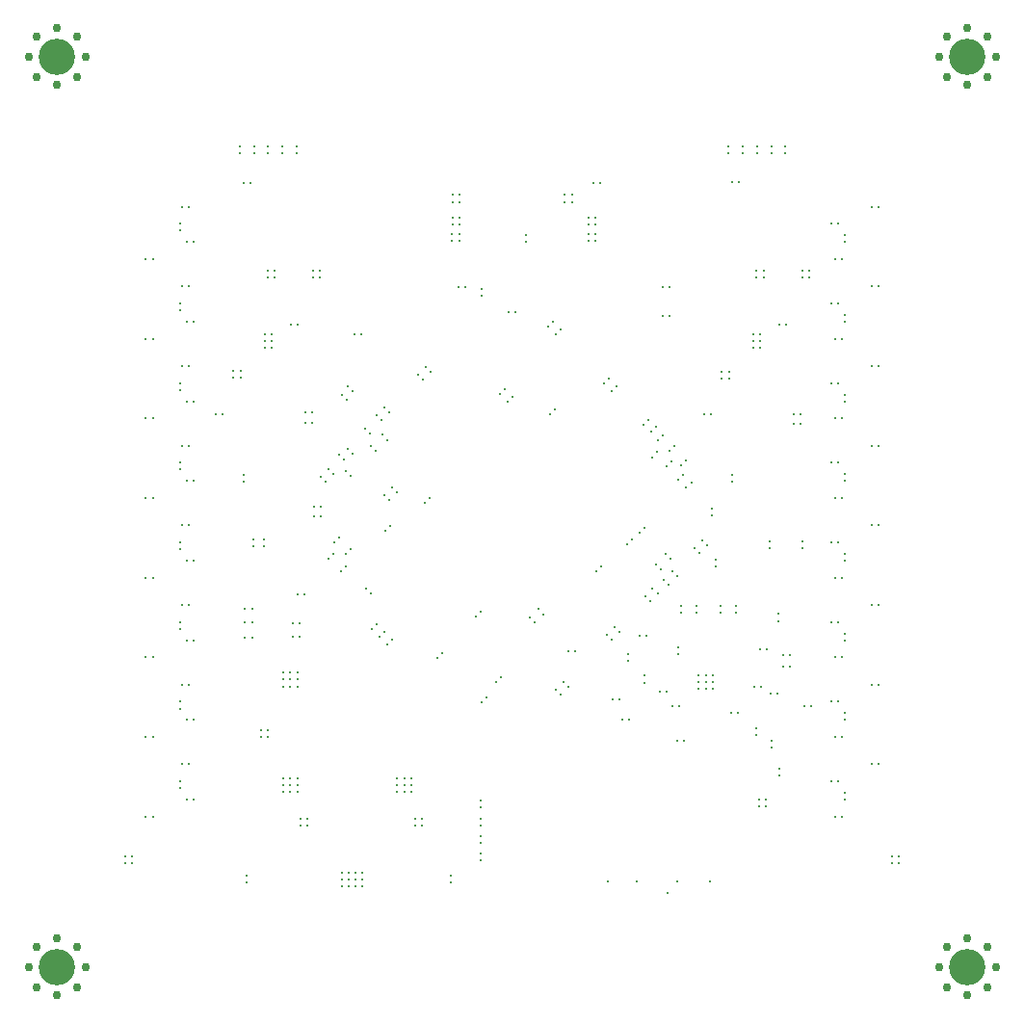
<source format=gbr>
%TF.GenerationSoftware,Altium Limited,Altium Designer,24.0.1 (36)*%
G04 Layer_Color=0*
%FSLAX45Y45*%
%MOMM*%
%TF.SameCoordinates,E594D193-3514-40B7-BCFE-BF8AFB9400D8*%
%TF.FilePolarity,Positive*%
%TF.FileFunction,Plated,1,4,PTH,Drill*%
%TF.Part,Single*%
G01*
G75*
%TA.AperFunction,ComponentDrill*%
%ADD142C,3.20000*%
%ADD143C,0.76200*%
%TA.AperFunction,ViaDrill,NotFilled*%
%ADD144C,0.30000*%
D142*
X500000Y8500000D02*
D03*
X8500000D02*
D03*
X500000Y500000D02*
D03*
X8500000D02*
D03*
D143*
X323223Y8323223D02*
D03*
X500000Y8750000D02*
D03*
X676777Y8676777D02*
D03*
X750000Y8500000D02*
D03*
X676777Y8323223D02*
D03*
X500000Y8250000D02*
D03*
X323223Y8676777D02*
D03*
X250000Y8500000D02*
D03*
X8250000D02*
D03*
X8323223Y8676777D02*
D03*
X8500000Y8250000D02*
D03*
X8676777Y8323223D02*
D03*
X8750000Y8500000D02*
D03*
X8676777Y8676777D02*
D03*
X8500000Y8750000D02*
D03*
X8323223Y8323223D02*
D03*
X323223Y323223D02*
D03*
X500000Y750000D02*
D03*
X676777Y676777D02*
D03*
X750000Y500000D02*
D03*
X676777Y323223D02*
D03*
X500000Y250000D02*
D03*
X323223Y676777D02*
D03*
X250000Y500000D02*
D03*
X8250000D02*
D03*
X8323223Y676777D02*
D03*
X8500000Y250000D02*
D03*
X8676777Y323223D02*
D03*
X8750000Y500000D02*
D03*
X8676777Y676777D02*
D03*
X8500000Y750000D02*
D03*
X8323223Y323223D02*
D03*
D144*
X5663327Y3058288D02*
D03*
Y2998288D02*
D03*
X6008288Y2486673D02*
D03*
X5948288D02*
D03*
X4227645Y2822350D02*
D03*
X4270071Y2864776D02*
D03*
X3837645Y3212350D02*
D03*
X3880071Y3254776D02*
D03*
X3403230Y3333660D02*
D03*
X3445656Y3376087D02*
D03*
X3387645Y4332350D02*
D03*
X3430072Y4374776D02*
D03*
X4502426Y5512426D02*
D03*
X4460000Y5470000D02*
D03*
X3310163Y5347645D02*
D03*
X3352589Y5305219D02*
D03*
X3420000Y4600000D02*
D03*
X3377574Y4642426D02*
D03*
X6899999Y7712500D02*
D03*
X6774999D02*
D03*
X2213269Y3648994D02*
D03*
X2213577Y3524568D02*
D03*
X2212962Y3396149D02*
D03*
X4029280Y6472739D02*
D03*
X6524999Y7652500D02*
D03*
X6649999D02*
D03*
X4872645Y5402337D02*
D03*
X4830219Y5359911D02*
D03*
X2167448Y1305157D02*
D03*
Y1245157D02*
D03*
X3957552Y1304843D02*
D03*
Y1244843D02*
D03*
X5340827Y1248288D02*
D03*
X5595827Y1250788D02*
D03*
X5953327Y1248288D02*
D03*
X6233327D02*
D03*
X5865000Y1145000D02*
D03*
X6843327Y2178288D02*
D03*
Y2238288D02*
D03*
X6643327Y2538288D02*
D03*
Y2598288D02*
D03*
X5516673Y3249212D02*
D03*
Y3189212D02*
D03*
X5619843Y3409948D02*
D03*
X5679843D02*
D03*
X5444212Y2853327D02*
D03*
X5384212D02*
D03*
X5881712Y6218327D02*
D03*
X5821712D02*
D03*
X5881712Y6473327D02*
D03*
X5821712D02*
D03*
X3171712Y6063327D02*
D03*
X3111712D02*
D03*
X3265786Y3466731D02*
D03*
X3332355Y3400163D02*
D03*
X2671712Y3773327D02*
D03*
X2611712D02*
D03*
X2631712Y3398327D02*
D03*
X2571712D02*
D03*
X2631712Y3523327D02*
D03*
X2571712D02*
D03*
X2150289Y3395842D02*
D03*
X2150000Y3525000D02*
D03*
Y3650000D02*
D03*
X3214608Y3827948D02*
D03*
X3034143Y4020000D02*
D03*
X2991716Y3977573D02*
D03*
X3777645Y4619837D02*
D03*
X3735219Y4577411D02*
D03*
X4437645Y5579837D02*
D03*
X4395219Y5537411D02*
D03*
X4089280Y6472739D02*
D03*
X4232739Y6460720D02*
D03*
Y6400720D02*
D03*
X4963028Y7223125D02*
D03*
X5023028D02*
D03*
Y7283125D02*
D03*
X4963028D02*
D03*
X3973028Y7223125D02*
D03*
X4033028D02*
D03*
Y7283125D02*
D03*
X3973028D02*
D03*
X3972460Y6879529D02*
D03*
X4032460D02*
D03*
Y6939529D02*
D03*
X3972460D02*
D03*
X5173028Y6879628D02*
D03*
X5233028D02*
D03*
Y6939628D02*
D03*
X5173028D02*
D03*
Y7023125D02*
D03*
X5233028D02*
D03*
Y7083125D02*
D03*
X5173028D02*
D03*
X3973028Y7023125D02*
D03*
X4033028D02*
D03*
Y7083125D02*
D03*
X3973028D02*
D03*
X2137383Y7392644D02*
D03*
X2197383D02*
D03*
X6257739Y4530720D02*
D03*
Y4470720D02*
D03*
X4470720Y6257261D02*
D03*
X4530720D02*
D03*
X4924214Y6103269D02*
D03*
X4857645Y6169838D02*
D03*
X4881787Y6060842D02*
D03*
X4815219Y6127411D02*
D03*
X5959926Y4779853D02*
D03*
X5857071Y4897071D02*
D03*
X5899497Y4939498D02*
D03*
X6029926Y4714853D02*
D03*
X6072353Y4757279D02*
D03*
X2818287Y4545815D02*
D03*
X2758287Y4455815D02*
D03*
X2818287D02*
D03*
X2758287Y4545815D02*
D03*
X2228327Y4258288D02*
D03*
Y4198288D02*
D03*
X2318327Y4258288D02*
D03*
Y4198288D02*
D03*
X3057546Y5604820D02*
D03*
X3099972Y5562394D02*
D03*
X3446596Y4714174D02*
D03*
X3489023Y4671748D02*
D03*
X3000977Y5523252D02*
D03*
X3043404Y5480825D02*
D03*
X3098746Y5010290D02*
D03*
X3056716Y5052427D02*
D03*
X2981716Y5002427D02*
D03*
X3023747Y4960291D02*
D03*
X6100163Y4177645D02*
D03*
X6142589Y4135219D02*
D03*
X6166731Y4244214D02*
D03*
X6209158Y4201787D02*
D03*
X6782384Y2490144D02*
D03*
Y2430144D02*
D03*
X6669856Y1969884D02*
D03*
X6729856D02*
D03*
Y1909884D02*
D03*
X6669856D02*
D03*
X4358213Y3001584D02*
D03*
X4400639Y3044010D02*
D03*
X4178213Y3581584D02*
D03*
X4220639Y3624010D02*
D03*
X4989838Y2962355D02*
D03*
X4947411Y3004781D02*
D03*
X4923269Y2895786D02*
D03*
X4880843Y2938213D02*
D03*
X4989856Y3272384D02*
D03*
X5049856Y3272384D02*
D03*
X5280074Y4020148D02*
D03*
X5237648Y3977721D02*
D03*
X5330843Y3418213D02*
D03*
X5373269Y3375786D02*
D03*
X5397411Y3484781D02*
D03*
X5439837Y3442355D02*
D03*
X3308213Y3509158D02*
D03*
X3374781Y3442589D02*
D03*
X2929157Y4831787D02*
D03*
X2886731Y4874214D02*
D03*
X2862589Y4765219D02*
D03*
X2820163Y4807645D02*
D03*
X3419158Y5371787D02*
D03*
X3376731Y5414214D02*
D03*
X3779158Y5731787D02*
D03*
X3736731Y5774214D02*
D03*
X3712589Y5665219D02*
D03*
X3670163Y5707645D02*
D03*
X5371787Y5560843D02*
D03*
X5414214Y5603269D02*
D03*
X5305219Y5627411D02*
D03*
X5347645Y5669838D02*
D03*
X5721787Y5200843D02*
D03*
X5764214Y5243269D02*
D03*
X5655219Y5267411D02*
D03*
X5697645Y5309837D02*
D03*
X5666939Y3754716D02*
D03*
X5709366Y3712290D02*
D03*
X5733508Y3821285D02*
D03*
X5775934Y3778859D02*
D03*
X5507593Y4210332D02*
D03*
X5550019Y4252758D02*
D03*
X5960052Y3309843D02*
D03*
Y3249844D02*
D03*
X6689882Y2960144D02*
D03*
X6629883D02*
D03*
X6769883Y2900144D02*
D03*
X6829883D02*
D03*
X7070157Y2790052D02*
D03*
X7130157D02*
D03*
X6432383Y7397644D02*
D03*
X6492383D02*
D03*
X6139856Y2999883D02*
D03*
X6199855D02*
D03*
Y3059883D02*
D03*
X6139856D02*
D03*
X6199855Y2939883D02*
D03*
X6139856D02*
D03*
X6259855Y3059883D02*
D03*
Y2999883D02*
D03*
X6259855Y2939883D02*
D03*
X6480157Y2730052D02*
D03*
X6420157Y2730052D02*
D03*
X5909843Y2789948D02*
D03*
X5969843D02*
D03*
X5470157Y2670052D02*
D03*
X5530157D02*
D03*
X6880157Y3240052D02*
D03*
X6940157D02*
D03*
X6680157Y3290052D02*
D03*
X6740157D02*
D03*
X6880157Y3140052D02*
D03*
X6940157D02*
D03*
X4700148Y3524926D02*
D03*
X4657721Y3567353D02*
D03*
X4732721Y3642352D02*
D03*
X4775148Y3599926D02*
D03*
X5617648Y4317721D02*
D03*
X5660074Y4360147D02*
D03*
X6002352Y4822279D02*
D03*
X7049948Y4240156D02*
D03*
Y4180156D02*
D03*
X3257034Y3785522D02*
D03*
X5859843Y2919948D02*
D03*
X5799843D02*
D03*
X6839948Y3600157D02*
D03*
Y3540157D02*
D03*
X6759948Y4240157D02*
D03*
Y4180157D02*
D03*
X6289948Y4020157D02*
D03*
Y4080156D02*
D03*
X6470052Y3609843D02*
D03*
Y3669844D02*
D03*
X6330052Y3609843D02*
D03*
Y3669844D02*
D03*
X6120052Y3609843D02*
D03*
Y3669844D02*
D03*
X5980052D02*
D03*
Y3609843D02*
D03*
X2104999Y7647500D02*
D03*
X2229999D02*
D03*
X2479999D02*
D03*
X2604999D02*
D03*
X2354999D02*
D03*
X2604999Y7707500D02*
D03*
X2479999D02*
D03*
X2354999D02*
D03*
X2229999D02*
D03*
X2104999D02*
D03*
X5270117Y7389856D02*
D03*
X5210118D02*
D03*
X4619856Y6869882D02*
D03*
Y6929882D02*
D03*
X6343028Y5733125D02*
D03*
X6403028D02*
D03*
Y5673125D02*
D03*
X6343028D02*
D03*
X6432383Y4822644D02*
D03*
X5824816Y5172592D02*
D03*
X6907383Y6147644D02*
D03*
X6847383D02*
D03*
X6620000Y5940000D02*
D03*
X6680000D02*
D03*
X6620000Y6000000D02*
D03*
Y6060000D02*
D03*
X6680000D02*
D03*
Y6000000D02*
D03*
X6974882Y5360144D02*
D03*
Y5272644D02*
D03*
X7034882D02*
D03*
Y5360144D02*
D03*
X6707528Y6559884D02*
D03*
X7047528D02*
D03*
X7107528D02*
D03*
X6647528D02*
D03*
X7047528Y6619884D02*
D03*
X6647528D02*
D03*
X6707528D02*
D03*
X7107528D02*
D03*
X6432383Y4762644D02*
D03*
X6187500Y5360000D02*
D03*
X6247500D02*
D03*
X2050028Y5739883D02*
D03*
X2110028D02*
D03*
Y5679883D02*
D03*
X2050028D02*
D03*
X3250000Y5185000D02*
D03*
X3207574Y5227427D02*
D03*
X3399834Y5132389D02*
D03*
X3357408Y5174815D02*
D03*
X5928284Y5078284D02*
D03*
X5885857Y5035858D02*
D03*
X5772426Y5022426D02*
D03*
X5730000Y4980000D02*
D03*
X5987071Y4907071D02*
D03*
X6029497Y4949498D02*
D03*
X5782390Y5130166D02*
D03*
X3302426Y5032574D02*
D03*
X3260000Y5075000D02*
D03*
X3080859Y4170000D02*
D03*
X3038432Y4127573D02*
D03*
X2975858Y4275857D02*
D03*
X2933432Y4233431D02*
D03*
X5765858Y4040000D02*
D03*
X5808284Y3997574D02*
D03*
X5830502Y3899497D02*
D03*
X5872929Y3857071D02*
D03*
X1660000Y2980000D02*
D03*
Y4380000D02*
D03*
Y5079999D02*
D03*
Y5779999D02*
D03*
Y6479999D02*
D03*
X7340000Y1820000D02*
D03*
Y2520000D02*
D03*
Y3220000D02*
D03*
Y3920000D02*
D03*
Y4619999D02*
D03*
Y5319999D02*
D03*
Y6019999D02*
D03*
X6649999Y7712500D02*
D03*
X6774999Y7652500D02*
D03*
X6399999D02*
D03*
X6899999D02*
D03*
X6399999Y7712500D02*
D03*
X6524999D02*
D03*
X2609855Y2039883D02*
D03*
X4220000Y1960000D02*
D03*
Y1900000D02*
D03*
Y1800000D02*
D03*
Y1740000D02*
D03*
Y1650000D02*
D03*
Y1590000D02*
D03*
Y1500000D02*
D03*
Y1440000D02*
D03*
X3647528Y1744884D02*
D03*
X3707528D02*
D03*
Y1804884D02*
D03*
X3647528D02*
D03*
X2642528Y1744884D02*
D03*
X2702528D02*
D03*
Y1804884D02*
D03*
X2642528D02*
D03*
X2290000Y2520000D02*
D03*
X2350000D02*
D03*
Y2580000D02*
D03*
X2290000D02*
D03*
X3179855Y1269883D02*
D03*
Y1329883D02*
D03*
Y1209883D02*
D03*
X2999855Y1269883D02*
D03*
X3059855D02*
D03*
Y1329883D02*
D03*
X2999855D02*
D03*
X3059855Y1209883D02*
D03*
X2999855D02*
D03*
X3119855D02*
D03*
Y1329883D02*
D03*
Y1269883D02*
D03*
X2609855Y3024883D02*
D03*
Y3084883D02*
D03*
Y2964883D02*
D03*
X2489856D02*
D03*
X2549855D02*
D03*
X2489856Y3084883D02*
D03*
X2549855D02*
D03*
Y3024883D02*
D03*
X2489856D02*
D03*
X2609855Y2099883D02*
D03*
Y2159883D02*
D03*
X2489856Y2039883D02*
D03*
X2549855D02*
D03*
X2489856Y2159883D02*
D03*
X2549855D02*
D03*
Y2099883D02*
D03*
X2489856D02*
D03*
X3489856D02*
D03*
X3549855D02*
D03*
Y2159883D02*
D03*
X3489856D02*
D03*
X3549855Y2039883D02*
D03*
X3489856D02*
D03*
X3609855D02*
D03*
Y2159883D02*
D03*
Y2099883D02*
D03*
X2352528Y6559884D02*
D03*
X2412528D02*
D03*
Y6619884D02*
D03*
X2352528D02*
D03*
X2752528Y6559884D02*
D03*
X2812528D02*
D03*
Y6619884D02*
D03*
X2752528D02*
D03*
X2739882Y5282644D02*
D03*
Y5370144D02*
D03*
X1892500Y5360000D02*
D03*
X1952500D02*
D03*
X2137383Y4762644D02*
D03*
X2679882Y5370144D02*
D03*
Y5282644D02*
D03*
X2612383Y6147644D02*
D03*
X2552383D02*
D03*
X2385000Y6000000D02*
D03*
Y6060000D02*
D03*
Y5940000D02*
D03*
X2325000Y6000000D02*
D03*
Y6060000D02*
D03*
Y5940000D02*
D03*
X2137383Y4822644D02*
D03*
X7839856Y1469884D02*
D03*
X7899856D02*
D03*
Y1409884D02*
D03*
X7839856D02*
D03*
X1099856D02*
D03*
X1159856D02*
D03*
Y1469884D02*
D03*
X1099856D02*
D03*
X3082426Y4812573D02*
D03*
X3040000Y4854999D02*
D03*
X7360000Y6329999D02*
D03*
X1640000Y1970000D02*
D03*
X1660000Y2280000D02*
D03*
X1280000Y1820000D02*
D03*
X1580000Y2070000D02*
D03*
X1600000Y2280000D02*
D03*
X1340000Y1820000D02*
D03*
X1700000Y1970000D02*
D03*
X1580000Y2130000D02*
D03*
X1640000Y2670000D02*
D03*
X1280000Y2520000D02*
D03*
X1600000Y2980000D02*
D03*
X1340000Y2520000D02*
D03*
X1700000Y2670000D02*
D03*
X1580000Y2830000D02*
D03*
X1640000Y3370000D02*
D03*
X1600000Y3680000D02*
D03*
X1340000Y3220000D02*
D03*
X1700000Y3370000D02*
D03*
X1580000Y3530000D02*
D03*
X1640000Y4069999D02*
D03*
X1600000Y4380000D02*
D03*
X1340000Y3920000D02*
D03*
X1700000Y4069999D02*
D03*
X1580000Y4229999D02*
D03*
X1640000Y4769999D02*
D03*
X1600000Y5079999D02*
D03*
X1340000Y4619999D02*
D03*
X1700000Y4769999D02*
D03*
X1580000Y4929999D02*
D03*
X1640000Y5469999D02*
D03*
X1600000Y5779999D02*
D03*
X1340000Y5319999D02*
D03*
X1700000Y5469999D02*
D03*
X1580000Y5629999D02*
D03*
X1640000Y6169999D02*
D03*
X1280000Y6019999D02*
D03*
X1580000Y6269999D02*
D03*
X1600000Y6479999D02*
D03*
X1340000Y6019999D02*
D03*
X1700000Y6169999D02*
D03*
X1580000Y6329999D02*
D03*
X7360000Y7029999D02*
D03*
X7340000Y6719999D02*
D03*
X7420000Y6929999D02*
D03*
X7400000Y6719999D02*
D03*
X7660000Y7179999D02*
D03*
X7300000Y7029999D02*
D03*
X7420000Y6869999D02*
D03*
Y6229999D02*
D03*
X7400000Y6019999D02*
D03*
X7660000Y6479999D02*
D03*
X7300000Y6329999D02*
D03*
X7420000Y6169999D02*
D03*
X7360000Y5629999D02*
D03*
X7400000Y5319999D02*
D03*
X7660000Y5779999D02*
D03*
X7300000Y5629999D02*
D03*
X7420000Y5469999D02*
D03*
X7360000Y4930000D02*
D03*
X7420000Y4829999D02*
D03*
X7400000Y4619999D02*
D03*
X7660000Y5079999D02*
D03*
X7300000Y4930000D02*
D03*
X7420000Y4770000D02*
D03*
X7360000Y4230000D02*
D03*
X7420000Y4130000D02*
D03*
X7400000Y3920000D02*
D03*
X7660000Y4380000D02*
D03*
X7300000Y4230000D02*
D03*
X7420000Y4070000D02*
D03*
X7360000Y3530000D02*
D03*
X7420000Y3430000D02*
D03*
X7400000Y3220000D02*
D03*
X7660000Y3680000D02*
D03*
X7300000Y3530000D02*
D03*
X7420000Y3370000D02*
D03*
X7360000Y2830000D02*
D03*
X7420000Y2730000D02*
D03*
X7400000Y2520000D02*
D03*
X7660000Y2980000D02*
D03*
X7300000Y2830000D02*
D03*
X7420000Y2670000D02*
D03*
X7360000Y2130000D02*
D03*
X7400000Y1820000D02*
D03*
X7660000Y2280000D02*
D03*
X7300000Y2130000D02*
D03*
X7420000Y1970000D02*
D03*
X1580000Y2770000D02*
D03*
X1660000Y3680000D02*
D03*
X1580000Y3470000D02*
D03*
X1280000Y3220000D02*
D03*
X1580000Y4170000D02*
D03*
Y4869999D02*
D03*
X1280000Y4619999D02*
D03*
X1580000Y5569999D02*
D03*
X1280000Y5319999D02*
D03*
X7720000Y6479999D02*
D03*
X7420000Y5529999D02*
D03*
X7720000Y5079999D02*
D03*
Y3680000D02*
D03*
X7420000Y2030000D02*
D03*
X1580000Y7030000D02*
D03*
Y6970000D02*
D03*
X1640000Y6870000D02*
D03*
X7720000Y7179999D02*
D03*
X5891716Y4084142D02*
D03*
X5849289Y4126569D02*
D03*
X5909289Y3976568D02*
D03*
X5951716Y3934142D02*
D03*
X2925858Y4130000D02*
D03*
X2883432Y4087573D02*
D03*
X1280000Y3920000D02*
D03*
X1660000Y7180000D02*
D03*
X1600000D02*
D03*
X1340000Y6720000D02*
D03*
X7720000Y5779999D02*
D03*
Y4380000D02*
D03*
Y2980000D02*
D03*
Y2280000D02*
D03*
X1699999Y6870000D02*
D03*
X1280000Y6720000D02*
D03*
%TF.MD5,fc1ecd84a019c1342f323e05d0d7cf6f*%
M02*

</source>
